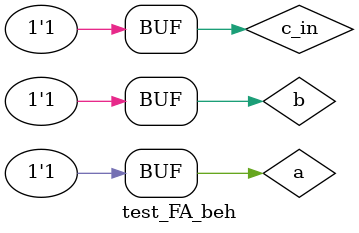
<source format=v>
module full_adder_beh(sum, c_out, a, b, c_in);
  input a, b, c_in;
  output c_out, sum;
  
  reg sum, c_out;
  
  always @(a or b or c_in)
    {sum, c_out} = a + b + c_in;
  
endmodule

module test_FA_beh;
  wire sum, cout;
  reg a, b, c_in;
  full_adder_beh fa(sum, c_out, a, b, c_in);
   initial
    begin
       $monitor(,$time,"a=%b,b=%b,c_in=%b|sum=%b,c_out=%b",a,b,c_in,sum,c_out);
   end
   
   initial
   begin
       #0 a=1'b0; b=1'b0; c_in=1'b0;
       #4 a=1'b1; b=1'b0; c_in=1'b0;
       #4 a=1'b0; b=1'b1; c_in=1'b0;
       #4 a=1'b1; b=1'b1; c_in=1'b0;
       #4 a=1'b0; b=1'b0; c_in=1'b1;
       #4 a=1'b1; b=1'b0; c_in=1'b1;
       #4 a=1'b0; b=1'b1; c_in=1'b1;
       #4 a=1'b1; b=1'b1; c_in=1'b1;
   end
endmodule
  

</source>
